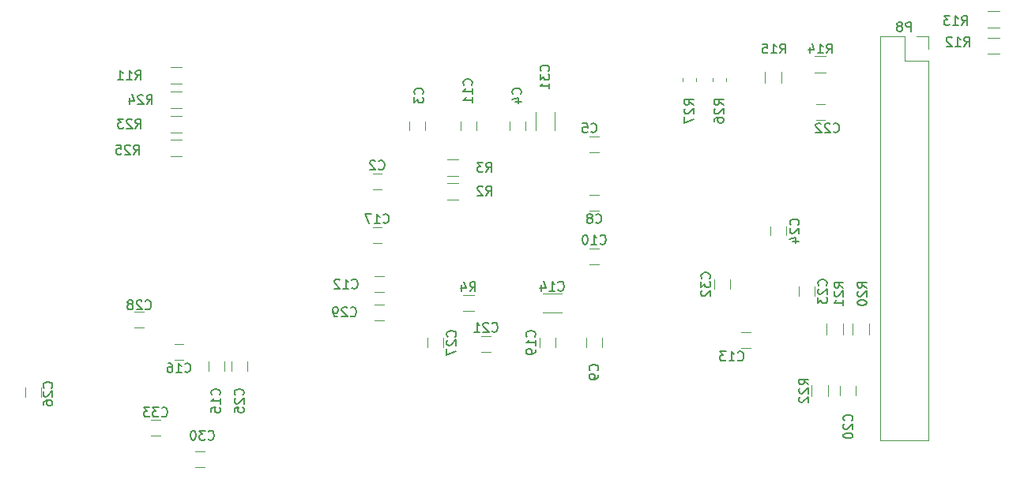
<source format=gbr>
%TF.GenerationSoftware,KiCad,Pcbnew,(5.0.0-rc2-dev-433-g81843c37a)*%
%TF.CreationDate,2018-08-17T12:44:53+02:00*%
%TF.ProjectId,phloppy_0,70686C6F7070795F302E6B696361645F,rev?*%
%TF.SameCoordinates,Original*%
%TF.FileFunction,Legend,Bot*%
%TF.FilePolarity,Positive*%
%FSLAX46Y46*%
G04 Gerber Fmt 4.6, Leading zero omitted, Abs format (unit mm)*
G04 Created by KiCad (PCBNEW (5.0.0-rc2-dev-433-g81843c37a)) date Fri Aug 17 12:44:53 2018*
%MOMM*%
%LPD*%
G01*
G04 APERTURE LIST*
%ADD10C,0.120000*%
%ADD11C,0.150000*%
G04 APERTURE END LIST*
D10*
%TO.C,P8*%
X118830000Y-27420000D02*
X117500000Y-27420000D01*
X118830000Y-28750000D02*
X118830000Y-27420000D01*
X116230000Y-27420000D02*
X113630000Y-27420000D01*
X116230000Y-30020000D02*
X116230000Y-27420000D01*
X118830000Y-30020000D02*
X116230000Y-30020000D01*
X113630000Y-27420000D02*
X113630000Y-70720000D01*
X118830000Y-30020000D02*
X118830000Y-70720000D01*
X118830000Y-70720000D02*
X113630000Y-70720000D01*
%TO.C,R11*%
X37600000Y-32480000D02*
X38800000Y-32480000D01*
X38800000Y-30720000D02*
X37600000Y-30720000D01*
%TO.C,C2*%
X59250000Y-42150000D02*
X60250000Y-42150000D01*
X60250000Y-43850000D02*
X59250000Y-43850000D01*
%TO.C,C3*%
X64850000Y-36500000D02*
X64850000Y-37500000D01*
X63150000Y-37500000D02*
X63150000Y-36500000D01*
%TO.C,C4*%
X75600000Y-36500000D02*
X75600000Y-37500000D01*
X73900000Y-37500000D02*
X73900000Y-36500000D01*
%TO.C,C5*%
X82500000Y-38150000D02*
X83500000Y-38150000D01*
X83500000Y-39850000D02*
X82500000Y-39850000D01*
%TO.C,C8*%
X83500000Y-46100000D02*
X82500000Y-46100000D01*
X82500000Y-44400000D02*
X83500000Y-44400000D01*
%TO.C,C9*%
X83850000Y-59750000D02*
X83850000Y-60750000D01*
X82150000Y-60750000D02*
X82150000Y-59750000D01*
%TO.C,C10*%
X82500000Y-50150000D02*
X83500000Y-50150000D01*
X83500000Y-51850000D02*
X82500000Y-51850000D01*
%TO.C,C11*%
X70350000Y-36500000D02*
X70350000Y-37500000D01*
X68650000Y-37500000D02*
X68650000Y-36500000D01*
%TO.C,C12*%
X59500000Y-53150000D02*
X60500000Y-53150000D01*
X60500000Y-54850000D02*
X59500000Y-54850000D01*
%TO.C,C13*%
X98750000Y-59150000D02*
X99750000Y-59150000D01*
X99750000Y-60850000D02*
X98750000Y-60850000D01*
%TO.C,C14*%
X77500000Y-54980000D02*
X79500000Y-54980000D01*
X79500000Y-57020000D02*
X77500000Y-57020000D01*
%TO.C,C15*%
X41650000Y-63250000D02*
X41650000Y-62250000D01*
X43350000Y-62250000D02*
X43350000Y-63250000D01*
%TO.C,C16*%
X39000000Y-62100000D02*
X38000000Y-62100000D01*
X38000000Y-60400000D02*
X39000000Y-60400000D01*
%TO.C,C17*%
X59250000Y-47900000D02*
X60250000Y-47900000D01*
X60250000Y-49600000D02*
X59250000Y-49600000D01*
%TO.C,C19*%
X77150000Y-60750000D02*
X77150000Y-59750000D01*
X78850000Y-59750000D02*
X78850000Y-60750000D01*
%TO.C,C20*%
X109350000Y-65900000D02*
X109350000Y-64900000D01*
X111050000Y-64900000D02*
X111050000Y-65900000D01*
%TO.C,C21*%
X70900000Y-59550000D02*
X71900000Y-59550000D01*
X71900000Y-61250000D02*
X70900000Y-61250000D01*
%TO.C,C22*%
X106750000Y-34650000D02*
X107750000Y-34650000D01*
X107750000Y-36350000D02*
X106750000Y-36350000D01*
%TO.C,C23*%
X106600000Y-54250000D02*
X106600000Y-55250000D01*
X104900000Y-55250000D02*
X104900000Y-54250000D01*
%TO.C,C24*%
X103600000Y-47750000D02*
X103600000Y-48750000D01*
X101900000Y-48750000D02*
X101900000Y-47750000D01*
%TO.C,C25*%
X44150000Y-63250000D02*
X44150000Y-62250000D01*
X45850000Y-62250000D02*
X45850000Y-63250000D01*
%TO.C,C26*%
X22000000Y-66100000D02*
X22000000Y-65100000D01*
X23700000Y-65100000D02*
X23700000Y-66100000D01*
%TO.C,C27*%
X66850000Y-59750000D02*
X66850000Y-60750000D01*
X65150000Y-60750000D02*
X65150000Y-59750000D01*
%TO.C,C28*%
X34750000Y-58600000D02*
X33750000Y-58600000D01*
X33750000Y-56900000D02*
X34750000Y-56900000D01*
%TO.C,C29*%
X59500000Y-56150000D02*
X60500000Y-56150000D01*
X60500000Y-57850000D02*
X59500000Y-57850000D01*
%TO.C,C30*%
X41250000Y-73600000D02*
X40250000Y-73600000D01*
X40250000Y-71900000D02*
X41250000Y-71900000D01*
%TO.C,C31*%
X78770000Y-35500000D02*
X78770000Y-37500000D01*
X76730000Y-37500000D02*
X76730000Y-35500000D01*
%TO.C,R2*%
X68450000Y-43120000D02*
X67250000Y-43120000D01*
X67250000Y-44880000D02*
X68450000Y-44880000D01*
%TO.C,R3*%
X67250000Y-42380000D02*
X68450000Y-42380000D01*
X68450000Y-40620000D02*
X67250000Y-40620000D01*
%TO.C,R4*%
X68900000Y-56880000D02*
X70100000Y-56880000D01*
X70100000Y-55120000D02*
X68900000Y-55120000D01*
%TO.C,C32*%
X95900000Y-54500000D02*
X95900000Y-53500000D01*
X97600000Y-53500000D02*
X97600000Y-54500000D01*
%TO.C,C33*%
X36500000Y-70250000D02*
X35500000Y-70250000D01*
X35500000Y-68550000D02*
X36500000Y-68550000D01*
%TO.C,R12*%
X126400000Y-27520000D02*
X125200000Y-27520000D01*
X125200000Y-29280000D02*
X126400000Y-29280000D01*
%TO.C,R13*%
X125200000Y-26480000D02*
X126400000Y-26480000D01*
X126400000Y-24720000D02*
X125200000Y-24720000D01*
%TO.C,R14*%
X107800000Y-29520000D02*
X106600000Y-29520000D01*
X106600000Y-31280000D02*
X107800000Y-31280000D01*
%TO.C,R15*%
X101320000Y-31200000D02*
X101320000Y-32400000D01*
X103080000Y-32400000D02*
X103080000Y-31200000D01*
%TO.C,R20*%
X112480000Y-59400000D02*
X112480000Y-58200000D01*
X110720000Y-58200000D02*
X110720000Y-59400000D01*
%TO.C,R21*%
X107920000Y-58200000D02*
X107920000Y-59400000D01*
X109680000Y-59400000D02*
X109680000Y-58200000D01*
%TO.C,R22*%
X108080000Y-66000000D02*
X108080000Y-64800000D01*
X106320000Y-64800000D02*
X106320000Y-66000000D01*
%TO.C,R23*%
X37600000Y-37680000D02*
X38800000Y-37680000D01*
X38800000Y-35920000D02*
X37600000Y-35920000D01*
%TO.C,R24*%
X37600000Y-35080000D02*
X38800000Y-35080000D01*
X38800000Y-33320000D02*
X37600000Y-33320000D01*
%TO.C,R25*%
X37600000Y-40280000D02*
X38800000Y-40280000D01*
X38800000Y-38520000D02*
X37600000Y-38520000D01*
%TO.C,R26*%
X95690000Y-32192500D02*
X95690000Y-31892500D01*
X97110000Y-32192500D02*
X97110000Y-31892500D01*
%TO.C,R27*%
X93910000Y-32192500D02*
X93910000Y-31892500D01*
X92490000Y-32192500D02*
X92490000Y-31892500D01*
%TO.C,P8*%
D11*
X116968095Y-26872380D02*
X116968095Y-25872380D01*
X116587142Y-25872380D01*
X116491904Y-25920000D01*
X116444285Y-25967619D01*
X116396666Y-26062857D01*
X116396666Y-26205714D01*
X116444285Y-26300952D01*
X116491904Y-26348571D01*
X116587142Y-26396190D01*
X116968095Y-26396190D01*
X115825238Y-26300952D02*
X115920476Y-26253333D01*
X115968095Y-26205714D01*
X116015714Y-26110476D01*
X116015714Y-26062857D01*
X115968095Y-25967619D01*
X115920476Y-25920000D01*
X115825238Y-25872380D01*
X115634761Y-25872380D01*
X115539523Y-25920000D01*
X115491904Y-25967619D01*
X115444285Y-26062857D01*
X115444285Y-26110476D01*
X115491904Y-26205714D01*
X115539523Y-26253333D01*
X115634761Y-26300952D01*
X115825238Y-26300952D01*
X115920476Y-26348571D01*
X115968095Y-26396190D01*
X116015714Y-26491428D01*
X116015714Y-26681904D01*
X115968095Y-26777142D01*
X115920476Y-26824761D01*
X115825238Y-26872380D01*
X115634761Y-26872380D01*
X115539523Y-26824761D01*
X115491904Y-26777142D01*
X115444285Y-26681904D01*
X115444285Y-26491428D01*
X115491904Y-26396190D01*
X115539523Y-26348571D01*
X115634761Y-26300952D01*
%TO.C,R11*%
X33842857Y-32052380D02*
X34176190Y-31576190D01*
X34414285Y-32052380D02*
X34414285Y-31052380D01*
X34033333Y-31052380D01*
X33938095Y-31100000D01*
X33890476Y-31147619D01*
X33842857Y-31242857D01*
X33842857Y-31385714D01*
X33890476Y-31480952D01*
X33938095Y-31528571D01*
X34033333Y-31576190D01*
X34414285Y-31576190D01*
X32890476Y-32052380D02*
X33461904Y-32052380D01*
X33176190Y-32052380D02*
X33176190Y-31052380D01*
X33271428Y-31195238D01*
X33366666Y-31290476D01*
X33461904Y-31338095D01*
X31938095Y-32052380D02*
X32509523Y-32052380D01*
X32223809Y-32052380D02*
X32223809Y-31052380D01*
X32319047Y-31195238D01*
X32414285Y-31290476D01*
X32509523Y-31338095D01*
%TO.C,C2*%
X59916666Y-41607142D02*
X59964285Y-41654761D01*
X60107142Y-41702380D01*
X60202380Y-41702380D01*
X60345238Y-41654761D01*
X60440476Y-41559523D01*
X60488095Y-41464285D01*
X60535714Y-41273809D01*
X60535714Y-41130952D01*
X60488095Y-40940476D01*
X60440476Y-40845238D01*
X60345238Y-40750000D01*
X60202380Y-40702380D01*
X60107142Y-40702380D01*
X59964285Y-40750000D01*
X59916666Y-40797619D01*
X59535714Y-40797619D02*
X59488095Y-40750000D01*
X59392857Y-40702380D01*
X59154761Y-40702380D01*
X59059523Y-40750000D01*
X59011904Y-40797619D01*
X58964285Y-40892857D01*
X58964285Y-40988095D01*
X59011904Y-41130952D01*
X59583333Y-41702380D01*
X58964285Y-41702380D01*
%TO.C,C3*%
X64607142Y-33583333D02*
X64654761Y-33535714D01*
X64702380Y-33392857D01*
X64702380Y-33297619D01*
X64654761Y-33154761D01*
X64559523Y-33059523D01*
X64464285Y-33011904D01*
X64273809Y-32964285D01*
X64130952Y-32964285D01*
X63940476Y-33011904D01*
X63845238Y-33059523D01*
X63750000Y-33154761D01*
X63702380Y-33297619D01*
X63702380Y-33392857D01*
X63750000Y-33535714D01*
X63797619Y-33583333D01*
X63702380Y-33916666D02*
X63702380Y-34535714D01*
X64083333Y-34202380D01*
X64083333Y-34345238D01*
X64130952Y-34440476D01*
X64178571Y-34488095D01*
X64273809Y-34535714D01*
X64511904Y-34535714D01*
X64607142Y-34488095D01*
X64654761Y-34440476D01*
X64702380Y-34345238D01*
X64702380Y-34059523D01*
X64654761Y-33964285D01*
X64607142Y-33916666D01*
%TO.C,C4*%
X75107142Y-33583333D02*
X75154761Y-33535714D01*
X75202380Y-33392857D01*
X75202380Y-33297619D01*
X75154761Y-33154761D01*
X75059523Y-33059523D01*
X74964285Y-33011904D01*
X74773809Y-32964285D01*
X74630952Y-32964285D01*
X74440476Y-33011904D01*
X74345238Y-33059523D01*
X74250000Y-33154761D01*
X74202380Y-33297619D01*
X74202380Y-33392857D01*
X74250000Y-33535714D01*
X74297619Y-33583333D01*
X74535714Y-34440476D02*
X75202380Y-34440476D01*
X74154761Y-34202380D02*
X74869047Y-33964285D01*
X74869047Y-34583333D01*
%TO.C,C5*%
X82666666Y-37607142D02*
X82714285Y-37654761D01*
X82857142Y-37702380D01*
X82952380Y-37702380D01*
X83095238Y-37654761D01*
X83190476Y-37559523D01*
X83238095Y-37464285D01*
X83285714Y-37273809D01*
X83285714Y-37130952D01*
X83238095Y-36940476D01*
X83190476Y-36845238D01*
X83095238Y-36750000D01*
X82952380Y-36702380D01*
X82857142Y-36702380D01*
X82714285Y-36750000D01*
X82666666Y-36797619D01*
X81761904Y-36702380D02*
X82238095Y-36702380D01*
X82285714Y-37178571D01*
X82238095Y-37130952D01*
X82142857Y-37083333D01*
X81904761Y-37083333D01*
X81809523Y-37130952D01*
X81761904Y-37178571D01*
X81714285Y-37273809D01*
X81714285Y-37511904D01*
X81761904Y-37607142D01*
X81809523Y-37654761D01*
X81904761Y-37702380D01*
X82142857Y-37702380D01*
X82238095Y-37654761D01*
X82285714Y-37607142D01*
%TO.C,C8*%
X83166666Y-47357142D02*
X83214285Y-47404761D01*
X83357142Y-47452380D01*
X83452380Y-47452380D01*
X83595238Y-47404761D01*
X83690476Y-47309523D01*
X83738095Y-47214285D01*
X83785714Y-47023809D01*
X83785714Y-46880952D01*
X83738095Y-46690476D01*
X83690476Y-46595238D01*
X83595238Y-46500000D01*
X83452380Y-46452380D01*
X83357142Y-46452380D01*
X83214285Y-46500000D01*
X83166666Y-46547619D01*
X82595238Y-46880952D02*
X82690476Y-46833333D01*
X82738095Y-46785714D01*
X82785714Y-46690476D01*
X82785714Y-46642857D01*
X82738095Y-46547619D01*
X82690476Y-46500000D01*
X82595238Y-46452380D01*
X82404761Y-46452380D01*
X82309523Y-46500000D01*
X82261904Y-46547619D01*
X82214285Y-46642857D01*
X82214285Y-46690476D01*
X82261904Y-46785714D01*
X82309523Y-46833333D01*
X82404761Y-46880952D01*
X82595238Y-46880952D01*
X82690476Y-46928571D01*
X82738095Y-46976190D01*
X82785714Y-47071428D01*
X82785714Y-47261904D01*
X82738095Y-47357142D01*
X82690476Y-47404761D01*
X82595238Y-47452380D01*
X82404761Y-47452380D01*
X82309523Y-47404761D01*
X82261904Y-47357142D01*
X82214285Y-47261904D01*
X82214285Y-47071428D01*
X82261904Y-46976190D01*
X82309523Y-46928571D01*
X82404761Y-46880952D01*
%TO.C,C9*%
X83357142Y-63233333D02*
X83404761Y-63185714D01*
X83452380Y-63042857D01*
X83452380Y-62947619D01*
X83404761Y-62804761D01*
X83309523Y-62709523D01*
X83214285Y-62661904D01*
X83023809Y-62614285D01*
X82880952Y-62614285D01*
X82690476Y-62661904D01*
X82595238Y-62709523D01*
X82500000Y-62804761D01*
X82452380Y-62947619D01*
X82452380Y-63042857D01*
X82500000Y-63185714D01*
X82547619Y-63233333D01*
X83452380Y-63709523D02*
X83452380Y-63900000D01*
X83404761Y-63995238D01*
X83357142Y-64042857D01*
X83214285Y-64138095D01*
X83023809Y-64185714D01*
X82642857Y-64185714D01*
X82547619Y-64138095D01*
X82500000Y-64090476D01*
X82452380Y-63995238D01*
X82452380Y-63804761D01*
X82500000Y-63709523D01*
X82547619Y-63661904D01*
X82642857Y-63614285D01*
X82880952Y-63614285D01*
X82976190Y-63661904D01*
X83023809Y-63709523D01*
X83071428Y-63804761D01*
X83071428Y-63995238D01*
X83023809Y-64090476D01*
X82976190Y-64138095D01*
X82880952Y-64185714D01*
%TO.C,C10*%
X83642857Y-49607142D02*
X83690476Y-49654761D01*
X83833333Y-49702380D01*
X83928571Y-49702380D01*
X84071428Y-49654761D01*
X84166666Y-49559523D01*
X84214285Y-49464285D01*
X84261904Y-49273809D01*
X84261904Y-49130952D01*
X84214285Y-48940476D01*
X84166666Y-48845238D01*
X84071428Y-48750000D01*
X83928571Y-48702380D01*
X83833333Y-48702380D01*
X83690476Y-48750000D01*
X83642857Y-48797619D01*
X82690476Y-49702380D02*
X83261904Y-49702380D01*
X82976190Y-49702380D02*
X82976190Y-48702380D01*
X83071428Y-48845238D01*
X83166666Y-48940476D01*
X83261904Y-48988095D01*
X82071428Y-48702380D02*
X81976190Y-48702380D01*
X81880952Y-48750000D01*
X81833333Y-48797619D01*
X81785714Y-48892857D01*
X81738095Y-49083333D01*
X81738095Y-49321428D01*
X81785714Y-49511904D01*
X81833333Y-49607142D01*
X81880952Y-49654761D01*
X81976190Y-49702380D01*
X82071428Y-49702380D01*
X82166666Y-49654761D01*
X82214285Y-49607142D01*
X82261904Y-49511904D01*
X82309523Y-49321428D01*
X82309523Y-49083333D01*
X82261904Y-48892857D01*
X82214285Y-48797619D01*
X82166666Y-48750000D01*
X82071428Y-48702380D01*
%TO.C,C11*%
X69857142Y-32607142D02*
X69904761Y-32559523D01*
X69952380Y-32416666D01*
X69952380Y-32321428D01*
X69904761Y-32178571D01*
X69809523Y-32083333D01*
X69714285Y-32035714D01*
X69523809Y-31988095D01*
X69380952Y-31988095D01*
X69190476Y-32035714D01*
X69095238Y-32083333D01*
X69000000Y-32178571D01*
X68952380Y-32321428D01*
X68952380Y-32416666D01*
X69000000Y-32559523D01*
X69047619Y-32607142D01*
X69952380Y-33559523D02*
X69952380Y-32988095D01*
X69952380Y-33273809D02*
X68952380Y-33273809D01*
X69095238Y-33178571D01*
X69190476Y-33083333D01*
X69238095Y-32988095D01*
X69952380Y-34511904D02*
X69952380Y-33940476D01*
X69952380Y-34226190D02*
X68952380Y-34226190D01*
X69095238Y-34130952D01*
X69190476Y-34035714D01*
X69238095Y-33940476D01*
%TO.C,C12*%
X57042857Y-54357142D02*
X57090476Y-54404761D01*
X57233333Y-54452380D01*
X57328571Y-54452380D01*
X57471428Y-54404761D01*
X57566666Y-54309523D01*
X57614285Y-54214285D01*
X57661904Y-54023809D01*
X57661904Y-53880952D01*
X57614285Y-53690476D01*
X57566666Y-53595238D01*
X57471428Y-53500000D01*
X57328571Y-53452380D01*
X57233333Y-53452380D01*
X57090476Y-53500000D01*
X57042857Y-53547619D01*
X56090476Y-54452380D02*
X56661904Y-54452380D01*
X56376190Y-54452380D02*
X56376190Y-53452380D01*
X56471428Y-53595238D01*
X56566666Y-53690476D01*
X56661904Y-53738095D01*
X55709523Y-53547619D02*
X55661904Y-53500000D01*
X55566666Y-53452380D01*
X55328571Y-53452380D01*
X55233333Y-53500000D01*
X55185714Y-53547619D01*
X55138095Y-53642857D01*
X55138095Y-53738095D01*
X55185714Y-53880952D01*
X55757142Y-54452380D01*
X55138095Y-54452380D01*
%TO.C,C13*%
X98392857Y-62107142D02*
X98440476Y-62154761D01*
X98583333Y-62202380D01*
X98678571Y-62202380D01*
X98821428Y-62154761D01*
X98916666Y-62059523D01*
X98964285Y-61964285D01*
X99011904Y-61773809D01*
X99011904Y-61630952D01*
X98964285Y-61440476D01*
X98916666Y-61345238D01*
X98821428Y-61250000D01*
X98678571Y-61202380D01*
X98583333Y-61202380D01*
X98440476Y-61250000D01*
X98392857Y-61297619D01*
X97440476Y-62202380D02*
X98011904Y-62202380D01*
X97726190Y-62202380D02*
X97726190Y-61202380D01*
X97821428Y-61345238D01*
X97916666Y-61440476D01*
X98011904Y-61488095D01*
X97107142Y-61202380D02*
X96488095Y-61202380D01*
X96821428Y-61583333D01*
X96678571Y-61583333D01*
X96583333Y-61630952D01*
X96535714Y-61678571D01*
X96488095Y-61773809D01*
X96488095Y-62011904D01*
X96535714Y-62107142D01*
X96583333Y-62154761D01*
X96678571Y-62202380D01*
X96964285Y-62202380D01*
X97059523Y-62154761D01*
X97107142Y-62107142D01*
%TO.C,C14*%
X79142857Y-54607142D02*
X79190476Y-54654761D01*
X79333333Y-54702380D01*
X79428571Y-54702380D01*
X79571428Y-54654761D01*
X79666666Y-54559523D01*
X79714285Y-54464285D01*
X79761904Y-54273809D01*
X79761904Y-54130952D01*
X79714285Y-53940476D01*
X79666666Y-53845238D01*
X79571428Y-53750000D01*
X79428571Y-53702380D01*
X79333333Y-53702380D01*
X79190476Y-53750000D01*
X79142857Y-53797619D01*
X78190476Y-54702380D02*
X78761904Y-54702380D01*
X78476190Y-54702380D02*
X78476190Y-53702380D01*
X78571428Y-53845238D01*
X78666666Y-53940476D01*
X78761904Y-53988095D01*
X77333333Y-54035714D02*
X77333333Y-54702380D01*
X77571428Y-53654761D02*
X77809523Y-54369047D01*
X77190476Y-54369047D01*
%TO.C,C15*%
X42857142Y-65857142D02*
X42904761Y-65809523D01*
X42952380Y-65666666D01*
X42952380Y-65571428D01*
X42904761Y-65428571D01*
X42809523Y-65333333D01*
X42714285Y-65285714D01*
X42523809Y-65238095D01*
X42380952Y-65238095D01*
X42190476Y-65285714D01*
X42095238Y-65333333D01*
X42000000Y-65428571D01*
X41952380Y-65571428D01*
X41952380Y-65666666D01*
X42000000Y-65809523D01*
X42047619Y-65857142D01*
X42952380Y-66809523D02*
X42952380Y-66238095D01*
X42952380Y-66523809D02*
X41952380Y-66523809D01*
X42095238Y-66428571D01*
X42190476Y-66333333D01*
X42238095Y-66238095D01*
X41952380Y-67714285D02*
X41952380Y-67238095D01*
X42428571Y-67190476D01*
X42380952Y-67238095D01*
X42333333Y-67333333D01*
X42333333Y-67571428D01*
X42380952Y-67666666D01*
X42428571Y-67714285D01*
X42523809Y-67761904D01*
X42761904Y-67761904D01*
X42857142Y-67714285D01*
X42904761Y-67666666D01*
X42952380Y-67571428D01*
X42952380Y-67333333D01*
X42904761Y-67238095D01*
X42857142Y-67190476D01*
%TO.C,C16*%
X39142857Y-63357142D02*
X39190476Y-63404761D01*
X39333333Y-63452380D01*
X39428571Y-63452380D01*
X39571428Y-63404761D01*
X39666666Y-63309523D01*
X39714285Y-63214285D01*
X39761904Y-63023809D01*
X39761904Y-62880952D01*
X39714285Y-62690476D01*
X39666666Y-62595238D01*
X39571428Y-62500000D01*
X39428571Y-62452380D01*
X39333333Y-62452380D01*
X39190476Y-62500000D01*
X39142857Y-62547619D01*
X38190476Y-63452380D02*
X38761904Y-63452380D01*
X38476190Y-63452380D02*
X38476190Y-62452380D01*
X38571428Y-62595238D01*
X38666666Y-62690476D01*
X38761904Y-62738095D01*
X37333333Y-62452380D02*
X37523809Y-62452380D01*
X37619047Y-62500000D01*
X37666666Y-62547619D01*
X37761904Y-62690476D01*
X37809523Y-62880952D01*
X37809523Y-63261904D01*
X37761904Y-63357142D01*
X37714285Y-63404761D01*
X37619047Y-63452380D01*
X37428571Y-63452380D01*
X37333333Y-63404761D01*
X37285714Y-63357142D01*
X37238095Y-63261904D01*
X37238095Y-63023809D01*
X37285714Y-62928571D01*
X37333333Y-62880952D01*
X37428571Y-62833333D01*
X37619047Y-62833333D01*
X37714285Y-62880952D01*
X37761904Y-62928571D01*
X37809523Y-63023809D01*
%TO.C,C17*%
X60392857Y-47357142D02*
X60440476Y-47404761D01*
X60583333Y-47452380D01*
X60678571Y-47452380D01*
X60821428Y-47404761D01*
X60916666Y-47309523D01*
X60964285Y-47214285D01*
X61011904Y-47023809D01*
X61011904Y-46880952D01*
X60964285Y-46690476D01*
X60916666Y-46595238D01*
X60821428Y-46500000D01*
X60678571Y-46452380D01*
X60583333Y-46452380D01*
X60440476Y-46500000D01*
X60392857Y-46547619D01*
X59440476Y-47452380D02*
X60011904Y-47452380D01*
X59726190Y-47452380D02*
X59726190Y-46452380D01*
X59821428Y-46595238D01*
X59916666Y-46690476D01*
X60011904Y-46738095D01*
X59107142Y-46452380D02*
X58440476Y-46452380D01*
X58869047Y-47452380D01*
%TO.C,C19*%
X76607142Y-59607142D02*
X76654761Y-59559523D01*
X76702380Y-59416666D01*
X76702380Y-59321428D01*
X76654761Y-59178571D01*
X76559523Y-59083333D01*
X76464285Y-59035714D01*
X76273809Y-58988095D01*
X76130952Y-58988095D01*
X75940476Y-59035714D01*
X75845238Y-59083333D01*
X75750000Y-59178571D01*
X75702380Y-59321428D01*
X75702380Y-59416666D01*
X75750000Y-59559523D01*
X75797619Y-59607142D01*
X76702380Y-60559523D02*
X76702380Y-59988095D01*
X76702380Y-60273809D02*
X75702380Y-60273809D01*
X75845238Y-60178571D01*
X75940476Y-60083333D01*
X75988095Y-59988095D01*
X76702380Y-61035714D02*
X76702380Y-61226190D01*
X76654761Y-61321428D01*
X76607142Y-61369047D01*
X76464285Y-61464285D01*
X76273809Y-61511904D01*
X75892857Y-61511904D01*
X75797619Y-61464285D01*
X75750000Y-61416666D01*
X75702380Y-61321428D01*
X75702380Y-61130952D01*
X75750000Y-61035714D01*
X75797619Y-60988095D01*
X75892857Y-60940476D01*
X76130952Y-60940476D01*
X76226190Y-60988095D01*
X76273809Y-61035714D01*
X76321428Y-61130952D01*
X76321428Y-61321428D01*
X76273809Y-61416666D01*
X76226190Y-61464285D01*
X76130952Y-61511904D01*
%TO.C,C20*%
X110607142Y-68607142D02*
X110654761Y-68559523D01*
X110702380Y-68416666D01*
X110702380Y-68321428D01*
X110654761Y-68178571D01*
X110559523Y-68083333D01*
X110464285Y-68035714D01*
X110273809Y-67988095D01*
X110130952Y-67988095D01*
X109940476Y-68035714D01*
X109845238Y-68083333D01*
X109750000Y-68178571D01*
X109702380Y-68321428D01*
X109702380Y-68416666D01*
X109750000Y-68559523D01*
X109797619Y-68607142D01*
X109797619Y-68988095D02*
X109750000Y-69035714D01*
X109702380Y-69130952D01*
X109702380Y-69369047D01*
X109750000Y-69464285D01*
X109797619Y-69511904D01*
X109892857Y-69559523D01*
X109988095Y-69559523D01*
X110130952Y-69511904D01*
X110702380Y-68940476D01*
X110702380Y-69559523D01*
X109702380Y-70178571D02*
X109702380Y-70273809D01*
X109750000Y-70369047D01*
X109797619Y-70416666D01*
X109892857Y-70464285D01*
X110083333Y-70511904D01*
X110321428Y-70511904D01*
X110511904Y-70464285D01*
X110607142Y-70416666D01*
X110654761Y-70369047D01*
X110702380Y-70273809D01*
X110702380Y-70178571D01*
X110654761Y-70083333D01*
X110607142Y-70035714D01*
X110511904Y-69988095D01*
X110321428Y-69940476D01*
X110083333Y-69940476D01*
X109892857Y-69988095D01*
X109797619Y-70035714D01*
X109750000Y-70083333D01*
X109702380Y-70178571D01*
%TO.C,C21*%
X72042857Y-59007142D02*
X72090476Y-59054761D01*
X72233333Y-59102380D01*
X72328571Y-59102380D01*
X72471428Y-59054761D01*
X72566666Y-58959523D01*
X72614285Y-58864285D01*
X72661904Y-58673809D01*
X72661904Y-58530952D01*
X72614285Y-58340476D01*
X72566666Y-58245238D01*
X72471428Y-58150000D01*
X72328571Y-58102380D01*
X72233333Y-58102380D01*
X72090476Y-58150000D01*
X72042857Y-58197619D01*
X71661904Y-58197619D02*
X71614285Y-58150000D01*
X71519047Y-58102380D01*
X71280952Y-58102380D01*
X71185714Y-58150000D01*
X71138095Y-58197619D01*
X71090476Y-58292857D01*
X71090476Y-58388095D01*
X71138095Y-58530952D01*
X71709523Y-59102380D01*
X71090476Y-59102380D01*
X70138095Y-59102380D02*
X70709523Y-59102380D01*
X70423809Y-59102380D02*
X70423809Y-58102380D01*
X70519047Y-58245238D01*
X70614285Y-58340476D01*
X70709523Y-58388095D01*
%TO.C,C22*%
X108642857Y-37607142D02*
X108690476Y-37654761D01*
X108833333Y-37702380D01*
X108928571Y-37702380D01*
X109071428Y-37654761D01*
X109166666Y-37559523D01*
X109214285Y-37464285D01*
X109261904Y-37273809D01*
X109261904Y-37130952D01*
X109214285Y-36940476D01*
X109166666Y-36845238D01*
X109071428Y-36750000D01*
X108928571Y-36702380D01*
X108833333Y-36702380D01*
X108690476Y-36750000D01*
X108642857Y-36797619D01*
X108261904Y-36797619D02*
X108214285Y-36750000D01*
X108119047Y-36702380D01*
X107880952Y-36702380D01*
X107785714Y-36750000D01*
X107738095Y-36797619D01*
X107690476Y-36892857D01*
X107690476Y-36988095D01*
X107738095Y-37130952D01*
X108309523Y-37702380D01*
X107690476Y-37702380D01*
X107309523Y-36797619D02*
X107261904Y-36750000D01*
X107166666Y-36702380D01*
X106928571Y-36702380D01*
X106833333Y-36750000D01*
X106785714Y-36797619D01*
X106738095Y-36892857D01*
X106738095Y-36988095D01*
X106785714Y-37130952D01*
X107357142Y-37702380D01*
X106738095Y-37702380D01*
%TO.C,C23*%
X107857142Y-54107142D02*
X107904761Y-54059523D01*
X107952380Y-53916666D01*
X107952380Y-53821428D01*
X107904761Y-53678571D01*
X107809523Y-53583333D01*
X107714285Y-53535714D01*
X107523809Y-53488095D01*
X107380952Y-53488095D01*
X107190476Y-53535714D01*
X107095238Y-53583333D01*
X107000000Y-53678571D01*
X106952380Y-53821428D01*
X106952380Y-53916666D01*
X107000000Y-54059523D01*
X107047619Y-54107142D01*
X107047619Y-54488095D02*
X107000000Y-54535714D01*
X106952380Y-54630952D01*
X106952380Y-54869047D01*
X107000000Y-54964285D01*
X107047619Y-55011904D01*
X107142857Y-55059523D01*
X107238095Y-55059523D01*
X107380952Y-55011904D01*
X107952380Y-54440476D01*
X107952380Y-55059523D01*
X106952380Y-55392857D02*
X106952380Y-56011904D01*
X107333333Y-55678571D01*
X107333333Y-55821428D01*
X107380952Y-55916666D01*
X107428571Y-55964285D01*
X107523809Y-56011904D01*
X107761904Y-56011904D01*
X107857142Y-55964285D01*
X107904761Y-55916666D01*
X107952380Y-55821428D01*
X107952380Y-55535714D01*
X107904761Y-55440476D01*
X107857142Y-55392857D01*
%TO.C,C24*%
X104857142Y-47607142D02*
X104904761Y-47559523D01*
X104952380Y-47416666D01*
X104952380Y-47321428D01*
X104904761Y-47178571D01*
X104809523Y-47083333D01*
X104714285Y-47035714D01*
X104523809Y-46988095D01*
X104380952Y-46988095D01*
X104190476Y-47035714D01*
X104095238Y-47083333D01*
X104000000Y-47178571D01*
X103952380Y-47321428D01*
X103952380Y-47416666D01*
X104000000Y-47559523D01*
X104047619Y-47607142D01*
X104047619Y-47988095D02*
X104000000Y-48035714D01*
X103952380Y-48130952D01*
X103952380Y-48369047D01*
X104000000Y-48464285D01*
X104047619Y-48511904D01*
X104142857Y-48559523D01*
X104238095Y-48559523D01*
X104380952Y-48511904D01*
X104952380Y-47940476D01*
X104952380Y-48559523D01*
X104285714Y-49416666D02*
X104952380Y-49416666D01*
X103904761Y-49178571D02*
X104619047Y-48940476D01*
X104619047Y-49559523D01*
%TO.C,C25*%
X45357142Y-65857142D02*
X45404761Y-65809523D01*
X45452380Y-65666666D01*
X45452380Y-65571428D01*
X45404761Y-65428571D01*
X45309523Y-65333333D01*
X45214285Y-65285714D01*
X45023809Y-65238095D01*
X44880952Y-65238095D01*
X44690476Y-65285714D01*
X44595238Y-65333333D01*
X44500000Y-65428571D01*
X44452380Y-65571428D01*
X44452380Y-65666666D01*
X44500000Y-65809523D01*
X44547619Y-65857142D01*
X44547619Y-66238095D02*
X44500000Y-66285714D01*
X44452380Y-66380952D01*
X44452380Y-66619047D01*
X44500000Y-66714285D01*
X44547619Y-66761904D01*
X44642857Y-66809523D01*
X44738095Y-66809523D01*
X44880952Y-66761904D01*
X45452380Y-66190476D01*
X45452380Y-66809523D01*
X44452380Y-67714285D02*
X44452380Y-67238095D01*
X44928571Y-67190476D01*
X44880952Y-67238095D01*
X44833333Y-67333333D01*
X44833333Y-67571428D01*
X44880952Y-67666666D01*
X44928571Y-67714285D01*
X45023809Y-67761904D01*
X45261904Y-67761904D01*
X45357142Y-67714285D01*
X45404761Y-67666666D01*
X45452380Y-67571428D01*
X45452380Y-67333333D01*
X45404761Y-67238095D01*
X45357142Y-67190476D01*
%TO.C,C26*%
X24857142Y-65107142D02*
X24904761Y-65059523D01*
X24952380Y-64916666D01*
X24952380Y-64821428D01*
X24904761Y-64678571D01*
X24809523Y-64583333D01*
X24714285Y-64535714D01*
X24523809Y-64488095D01*
X24380952Y-64488095D01*
X24190476Y-64535714D01*
X24095238Y-64583333D01*
X24000000Y-64678571D01*
X23952380Y-64821428D01*
X23952380Y-64916666D01*
X24000000Y-65059523D01*
X24047619Y-65107142D01*
X24047619Y-65488095D02*
X24000000Y-65535714D01*
X23952380Y-65630952D01*
X23952380Y-65869047D01*
X24000000Y-65964285D01*
X24047619Y-66011904D01*
X24142857Y-66059523D01*
X24238095Y-66059523D01*
X24380952Y-66011904D01*
X24952380Y-65440476D01*
X24952380Y-66059523D01*
X23952380Y-66916666D02*
X23952380Y-66726190D01*
X24000000Y-66630952D01*
X24047619Y-66583333D01*
X24190476Y-66488095D01*
X24380952Y-66440476D01*
X24761904Y-66440476D01*
X24857142Y-66488095D01*
X24904761Y-66535714D01*
X24952380Y-66630952D01*
X24952380Y-66821428D01*
X24904761Y-66916666D01*
X24857142Y-66964285D01*
X24761904Y-67011904D01*
X24523809Y-67011904D01*
X24428571Y-66964285D01*
X24380952Y-66916666D01*
X24333333Y-66821428D01*
X24333333Y-66630952D01*
X24380952Y-66535714D01*
X24428571Y-66488095D01*
X24523809Y-66440476D01*
%TO.C,C27*%
X68107142Y-59607142D02*
X68154761Y-59559523D01*
X68202380Y-59416666D01*
X68202380Y-59321428D01*
X68154761Y-59178571D01*
X68059523Y-59083333D01*
X67964285Y-59035714D01*
X67773809Y-58988095D01*
X67630952Y-58988095D01*
X67440476Y-59035714D01*
X67345238Y-59083333D01*
X67250000Y-59178571D01*
X67202380Y-59321428D01*
X67202380Y-59416666D01*
X67250000Y-59559523D01*
X67297619Y-59607142D01*
X67297619Y-59988095D02*
X67250000Y-60035714D01*
X67202380Y-60130952D01*
X67202380Y-60369047D01*
X67250000Y-60464285D01*
X67297619Y-60511904D01*
X67392857Y-60559523D01*
X67488095Y-60559523D01*
X67630952Y-60511904D01*
X68202380Y-59940476D01*
X68202380Y-60559523D01*
X67202380Y-60892857D02*
X67202380Y-61559523D01*
X68202380Y-61130952D01*
%TO.C,C28*%
X34892857Y-56607142D02*
X34940476Y-56654761D01*
X35083333Y-56702380D01*
X35178571Y-56702380D01*
X35321428Y-56654761D01*
X35416666Y-56559523D01*
X35464285Y-56464285D01*
X35511904Y-56273809D01*
X35511904Y-56130952D01*
X35464285Y-55940476D01*
X35416666Y-55845238D01*
X35321428Y-55750000D01*
X35178571Y-55702380D01*
X35083333Y-55702380D01*
X34940476Y-55750000D01*
X34892857Y-55797619D01*
X34511904Y-55797619D02*
X34464285Y-55750000D01*
X34369047Y-55702380D01*
X34130952Y-55702380D01*
X34035714Y-55750000D01*
X33988095Y-55797619D01*
X33940476Y-55892857D01*
X33940476Y-55988095D01*
X33988095Y-56130952D01*
X34559523Y-56702380D01*
X33940476Y-56702380D01*
X33369047Y-56130952D02*
X33464285Y-56083333D01*
X33511904Y-56035714D01*
X33559523Y-55940476D01*
X33559523Y-55892857D01*
X33511904Y-55797619D01*
X33464285Y-55750000D01*
X33369047Y-55702380D01*
X33178571Y-55702380D01*
X33083333Y-55750000D01*
X33035714Y-55797619D01*
X32988095Y-55892857D01*
X32988095Y-55940476D01*
X33035714Y-56035714D01*
X33083333Y-56083333D01*
X33178571Y-56130952D01*
X33369047Y-56130952D01*
X33464285Y-56178571D01*
X33511904Y-56226190D01*
X33559523Y-56321428D01*
X33559523Y-56511904D01*
X33511904Y-56607142D01*
X33464285Y-56654761D01*
X33369047Y-56702380D01*
X33178571Y-56702380D01*
X33083333Y-56654761D01*
X33035714Y-56607142D01*
X32988095Y-56511904D01*
X32988095Y-56321428D01*
X33035714Y-56226190D01*
X33083333Y-56178571D01*
X33178571Y-56130952D01*
%TO.C,C29*%
X56892857Y-57357142D02*
X56940476Y-57404761D01*
X57083333Y-57452380D01*
X57178571Y-57452380D01*
X57321428Y-57404761D01*
X57416666Y-57309523D01*
X57464285Y-57214285D01*
X57511904Y-57023809D01*
X57511904Y-56880952D01*
X57464285Y-56690476D01*
X57416666Y-56595238D01*
X57321428Y-56500000D01*
X57178571Y-56452380D01*
X57083333Y-56452380D01*
X56940476Y-56500000D01*
X56892857Y-56547619D01*
X56511904Y-56547619D02*
X56464285Y-56500000D01*
X56369047Y-56452380D01*
X56130952Y-56452380D01*
X56035714Y-56500000D01*
X55988095Y-56547619D01*
X55940476Y-56642857D01*
X55940476Y-56738095D01*
X55988095Y-56880952D01*
X56559523Y-57452380D01*
X55940476Y-57452380D01*
X55464285Y-57452380D02*
X55273809Y-57452380D01*
X55178571Y-57404761D01*
X55130952Y-57357142D01*
X55035714Y-57214285D01*
X54988095Y-57023809D01*
X54988095Y-56642857D01*
X55035714Y-56547619D01*
X55083333Y-56500000D01*
X55178571Y-56452380D01*
X55369047Y-56452380D01*
X55464285Y-56500000D01*
X55511904Y-56547619D01*
X55559523Y-56642857D01*
X55559523Y-56880952D01*
X55511904Y-56976190D01*
X55464285Y-57023809D01*
X55369047Y-57071428D01*
X55178571Y-57071428D01*
X55083333Y-57023809D01*
X55035714Y-56976190D01*
X54988095Y-56880952D01*
%TO.C,C30*%
X41642857Y-70607142D02*
X41690476Y-70654761D01*
X41833333Y-70702380D01*
X41928571Y-70702380D01*
X42071428Y-70654761D01*
X42166666Y-70559523D01*
X42214285Y-70464285D01*
X42261904Y-70273809D01*
X42261904Y-70130952D01*
X42214285Y-69940476D01*
X42166666Y-69845238D01*
X42071428Y-69750000D01*
X41928571Y-69702380D01*
X41833333Y-69702380D01*
X41690476Y-69750000D01*
X41642857Y-69797619D01*
X41309523Y-69702380D02*
X40690476Y-69702380D01*
X41023809Y-70083333D01*
X40880952Y-70083333D01*
X40785714Y-70130952D01*
X40738095Y-70178571D01*
X40690476Y-70273809D01*
X40690476Y-70511904D01*
X40738095Y-70607142D01*
X40785714Y-70654761D01*
X40880952Y-70702380D01*
X41166666Y-70702380D01*
X41261904Y-70654761D01*
X41309523Y-70607142D01*
X40071428Y-69702380D02*
X39976190Y-69702380D01*
X39880952Y-69750000D01*
X39833333Y-69797619D01*
X39785714Y-69892857D01*
X39738095Y-70083333D01*
X39738095Y-70321428D01*
X39785714Y-70511904D01*
X39833333Y-70607142D01*
X39880952Y-70654761D01*
X39976190Y-70702380D01*
X40071428Y-70702380D01*
X40166666Y-70654761D01*
X40214285Y-70607142D01*
X40261904Y-70511904D01*
X40309523Y-70321428D01*
X40309523Y-70083333D01*
X40261904Y-69892857D01*
X40214285Y-69797619D01*
X40166666Y-69750000D01*
X40071428Y-69702380D01*
%TO.C,C31*%
X78107142Y-31107142D02*
X78154761Y-31059523D01*
X78202380Y-30916666D01*
X78202380Y-30821428D01*
X78154761Y-30678571D01*
X78059523Y-30583333D01*
X77964285Y-30535714D01*
X77773809Y-30488095D01*
X77630952Y-30488095D01*
X77440476Y-30535714D01*
X77345238Y-30583333D01*
X77250000Y-30678571D01*
X77202380Y-30821428D01*
X77202380Y-30916666D01*
X77250000Y-31059523D01*
X77297619Y-31107142D01*
X77202380Y-31440476D02*
X77202380Y-32059523D01*
X77583333Y-31726190D01*
X77583333Y-31869047D01*
X77630952Y-31964285D01*
X77678571Y-32011904D01*
X77773809Y-32059523D01*
X78011904Y-32059523D01*
X78107142Y-32011904D01*
X78154761Y-31964285D01*
X78202380Y-31869047D01*
X78202380Y-31583333D01*
X78154761Y-31488095D01*
X78107142Y-31440476D01*
X78202380Y-33011904D02*
X78202380Y-32440476D01*
X78202380Y-32726190D02*
X77202380Y-32726190D01*
X77345238Y-32630952D01*
X77440476Y-32535714D01*
X77488095Y-32440476D01*
%TO.C,R2*%
X71416666Y-44452380D02*
X71750000Y-43976190D01*
X71988095Y-44452380D02*
X71988095Y-43452380D01*
X71607142Y-43452380D01*
X71511904Y-43500000D01*
X71464285Y-43547619D01*
X71416666Y-43642857D01*
X71416666Y-43785714D01*
X71464285Y-43880952D01*
X71511904Y-43928571D01*
X71607142Y-43976190D01*
X71988095Y-43976190D01*
X71035714Y-43547619D02*
X70988095Y-43500000D01*
X70892857Y-43452380D01*
X70654761Y-43452380D01*
X70559523Y-43500000D01*
X70511904Y-43547619D01*
X70464285Y-43642857D01*
X70464285Y-43738095D01*
X70511904Y-43880952D01*
X71083333Y-44452380D01*
X70464285Y-44452380D01*
%TO.C,R3*%
X71416666Y-41952380D02*
X71750000Y-41476190D01*
X71988095Y-41952380D02*
X71988095Y-40952380D01*
X71607142Y-40952380D01*
X71511904Y-41000000D01*
X71464285Y-41047619D01*
X71416666Y-41142857D01*
X71416666Y-41285714D01*
X71464285Y-41380952D01*
X71511904Y-41428571D01*
X71607142Y-41476190D01*
X71988095Y-41476190D01*
X71083333Y-40952380D02*
X70464285Y-40952380D01*
X70797619Y-41333333D01*
X70654761Y-41333333D01*
X70559523Y-41380952D01*
X70511904Y-41428571D01*
X70464285Y-41523809D01*
X70464285Y-41761904D01*
X70511904Y-41857142D01*
X70559523Y-41904761D01*
X70654761Y-41952380D01*
X70940476Y-41952380D01*
X71035714Y-41904761D01*
X71083333Y-41857142D01*
%TO.C,R4*%
X69666666Y-54752380D02*
X70000000Y-54276190D01*
X70238095Y-54752380D02*
X70238095Y-53752380D01*
X69857142Y-53752380D01*
X69761904Y-53800000D01*
X69714285Y-53847619D01*
X69666666Y-53942857D01*
X69666666Y-54085714D01*
X69714285Y-54180952D01*
X69761904Y-54228571D01*
X69857142Y-54276190D01*
X70238095Y-54276190D01*
X68809523Y-54085714D02*
X68809523Y-54752380D01*
X69047619Y-53704761D02*
X69285714Y-54419047D01*
X68666666Y-54419047D01*
%TO.C,C32*%
X95357142Y-53357142D02*
X95404761Y-53309523D01*
X95452380Y-53166666D01*
X95452380Y-53071428D01*
X95404761Y-52928571D01*
X95309523Y-52833333D01*
X95214285Y-52785714D01*
X95023809Y-52738095D01*
X94880952Y-52738095D01*
X94690476Y-52785714D01*
X94595238Y-52833333D01*
X94500000Y-52928571D01*
X94452380Y-53071428D01*
X94452380Y-53166666D01*
X94500000Y-53309523D01*
X94547619Y-53357142D01*
X94452380Y-53690476D02*
X94452380Y-54309523D01*
X94833333Y-53976190D01*
X94833333Y-54119047D01*
X94880952Y-54214285D01*
X94928571Y-54261904D01*
X95023809Y-54309523D01*
X95261904Y-54309523D01*
X95357142Y-54261904D01*
X95404761Y-54214285D01*
X95452380Y-54119047D01*
X95452380Y-53833333D01*
X95404761Y-53738095D01*
X95357142Y-53690476D01*
X94547619Y-54690476D02*
X94500000Y-54738095D01*
X94452380Y-54833333D01*
X94452380Y-55071428D01*
X94500000Y-55166666D01*
X94547619Y-55214285D01*
X94642857Y-55261904D01*
X94738095Y-55261904D01*
X94880952Y-55214285D01*
X95452380Y-54642857D01*
X95452380Y-55261904D01*
%TO.C,C33*%
X36642857Y-68107142D02*
X36690476Y-68154761D01*
X36833333Y-68202380D01*
X36928571Y-68202380D01*
X37071428Y-68154761D01*
X37166666Y-68059523D01*
X37214285Y-67964285D01*
X37261904Y-67773809D01*
X37261904Y-67630952D01*
X37214285Y-67440476D01*
X37166666Y-67345238D01*
X37071428Y-67250000D01*
X36928571Y-67202380D01*
X36833333Y-67202380D01*
X36690476Y-67250000D01*
X36642857Y-67297619D01*
X36309523Y-67202380D02*
X35690476Y-67202380D01*
X36023809Y-67583333D01*
X35880952Y-67583333D01*
X35785714Y-67630952D01*
X35738095Y-67678571D01*
X35690476Y-67773809D01*
X35690476Y-68011904D01*
X35738095Y-68107142D01*
X35785714Y-68154761D01*
X35880952Y-68202380D01*
X36166666Y-68202380D01*
X36261904Y-68154761D01*
X36309523Y-68107142D01*
X35357142Y-67202380D02*
X34738095Y-67202380D01*
X35071428Y-67583333D01*
X34928571Y-67583333D01*
X34833333Y-67630952D01*
X34785714Y-67678571D01*
X34738095Y-67773809D01*
X34738095Y-68011904D01*
X34785714Y-68107142D01*
X34833333Y-68154761D01*
X34928571Y-68202380D01*
X35214285Y-68202380D01*
X35309523Y-68154761D01*
X35357142Y-68107142D01*
%TO.C,R12*%
X122642857Y-28452380D02*
X122976190Y-27976190D01*
X123214285Y-28452380D02*
X123214285Y-27452380D01*
X122833333Y-27452380D01*
X122738095Y-27500000D01*
X122690476Y-27547619D01*
X122642857Y-27642857D01*
X122642857Y-27785714D01*
X122690476Y-27880952D01*
X122738095Y-27928571D01*
X122833333Y-27976190D01*
X123214285Y-27976190D01*
X121690476Y-28452380D02*
X122261904Y-28452380D01*
X121976190Y-28452380D02*
X121976190Y-27452380D01*
X122071428Y-27595238D01*
X122166666Y-27690476D01*
X122261904Y-27738095D01*
X121309523Y-27547619D02*
X121261904Y-27500000D01*
X121166666Y-27452380D01*
X120928571Y-27452380D01*
X120833333Y-27500000D01*
X120785714Y-27547619D01*
X120738095Y-27642857D01*
X120738095Y-27738095D01*
X120785714Y-27880952D01*
X121357142Y-28452380D01*
X120738095Y-28452380D01*
%TO.C,R13*%
X122392857Y-26202380D02*
X122726190Y-25726190D01*
X122964285Y-26202380D02*
X122964285Y-25202380D01*
X122583333Y-25202380D01*
X122488095Y-25250000D01*
X122440476Y-25297619D01*
X122392857Y-25392857D01*
X122392857Y-25535714D01*
X122440476Y-25630952D01*
X122488095Y-25678571D01*
X122583333Y-25726190D01*
X122964285Y-25726190D01*
X121440476Y-26202380D02*
X122011904Y-26202380D01*
X121726190Y-26202380D02*
X121726190Y-25202380D01*
X121821428Y-25345238D01*
X121916666Y-25440476D01*
X122011904Y-25488095D01*
X121107142Y-25202380D02*
X120488095Y-25202380D01*
X120821428Y-25583333D01*
X120678571Y-25583333D01*
X120583333Y-25630952D01*
X120535714Y-25678571D01*
X120488095Y-25773809D01*
X120488095Y-26011904D01*
X120535714Y-26107142D01*
X120583333Y-26154761D01*
X120678571Y-26202380D01*
X120964285Y-26202380D01*
X121059523Y-26154761D01*
X121107142Y-26107142D01*
%TO.C,R14*%
X107892857Y-29202380D02*
X108226190Y-28726190D01*
X108464285Y-29202380D02*
X108464285Y-28202380D01*
X108083333Y-28202380D01*
X107988095Y-28250000D01*
X107940476Y-28297619D01*
X107892857Y-28392857D01*
X107892857Y-28535714D01*
X107940476Y-28630952D01*
X107988095Y-28678571D01*
X108083333Y-28726190D01*
X108464285Y-28726190D01*
X106940476Y-29202380D02*
X107511904Y-29202380D01*
X107226190Y-29202380D02*
X107226190Y-28202380D01*
X107321428Y-28345238D01*
X107416666Y-28440476D01*
X107511904Y-28488095D01*
X106083333Y-28535714D02*
X106083333Y-29202380D01*
X106321428Y-28154761D02*
X106559523Y-28869047D01*
X105940476Y-28869047D01*
%TO.C,R15*%
X102892857Y-29202380D02*
X103226190Y-28726190D01*
X103464285Y-29202380D02*
X103464285Y-28202380D01*
X103083333Y-28202380D01*
X102988095Y-28250000D01*
X102940476Y-28297619D01*
X102892857Y-28392857D01*
X102892857Y-28535714D01*
X102940476Y-28630952D01*
X102988095Y-28678571D01*
X103083333Y-28726190D01*
X103464285Y-28726190D01*
X101940476Y-29202380D02*
X102511904Y-29202380D01*
X102226190Y-29202380D02*
X102226190Y-28202380D01*
X102321428Y-28345238D01*
X102416666Y-28440476D01*
X102511904Y-28488095D01*
X101035714Y-28202380D02*
X101511904Y-28202380D01*
X101559523Y-28678571D01*
X101511904Y-28630952D01*
X101416666Y-28583333D01*
X101178571Y-28583333D01*
X101083333Y-28630952D01*
X101035714Y-28678571D01*
X100988095Y-28773809D01*
X100988095Y-29011904D01*
X101035714Y-29107142D01*
X101083333Y-29154761D01*
X101178571Y-29202380D01*
X101416666Y-29202380D01*
X101511904Y-29154761D01*
X101559523Y-29107142D01*
%TO.C,R20*%
X112202380Y-54357142D02*
X111726190Y-54023809D01*
X112202380Y-53785714D02*
X111202380Y-53785714D01*
X111202380Y-54166666D01*
X111250000Y-54261904D01*
X111297619Y-54309523D01*
X111392857Y-54357142D01*
X111535714Y-54357142D01*
X111630952Y-54309523D01*
X111678571Y-54261904D01*
X111726190Y-54166666D01*
X111726190Y-53785714D01*
X111297619Y-54738095D02*
X111250000Y-54785714D01*
X111202380Y-54880952D01*
X111202380Y-55119047D01*
X111250000Y-55214285D01*
X111297619Y-55261904D01*
X111392857Y-55309523D01*
X111488095Y-55309523D01*
X111630952Y-55261904D01*
X112202380Y-54690476D01*
X112202380Y-55309523D01*
X111202380Y-55928571D02*
X111202380Y-56023809D01*
X111250000Y-56119047D01*
X111297619Y-56166666D01*
X111392857Y-56214285D01*
X111583333Y-56261904D01*
X111821428Y-56261904D01*
X112011904Y-56214285D01*
X112107142Y-56166666D01*
X112154761Y-56119047D01*
X112202380Y-56023809D01*
X112202380Y-55928571D01*
X112154761Y-55833333D01*
X112107142Y-55785714D01*
X112011904Y-55738095D01*
X111821428Y-55690476D01*
X111583333Y-55690476D01*
X111392857Y-55738095D01*
X111297619Y-55785714D01*
X111250000Y-55833333D01*
X111202380Y-55928571D01*
%TO.C,R21*%
X109702380Y-54357142D02*
X109226190Y-54023809D01*
X109702380Y-53785714D02*
X108702380Y-53785714D01*
X108702380Y-54166666D01*
X108750000Y-54261904D01*
X108797619Y-54309523D01*
X108892857Y-54357142D01*
X109035714Y-54357142D01*
X109130952Y-54309523D01*
X109178571Y-54261904D01*
X109226190Y-54166666D01*
X109226190Y-53785714D01*
X108797619Y-54738095D02*
X108750000Y-54785714D01*
X108702380Y-54880952D01*
X108702380Y-55119047D01*
X108750000Y-55214285D01*
X108797619Y-55261904D01*
X108892857Y-55309523D01*
X108988095Y-55309523D01*
X109130952Y-55261904D01*
X109702380Y-54690476D01*
X109702380Y-55309523D01*
X109702380Y-56261904D02*
X109702380Y-55690476D01*
X109702380Y-55976190D02*
X108702380Y-55976190D01*
X108845238Y-55880952D01*
X108940476Y-55785714D01*
X108988095Y-55690476D01*
%TO.C,R22*%
X105952380Y-64757142D02*
X105476190Y-64423809D01*
X105952380Y-64185714D02*
X104952380Y-64185714D01*
X104952380Y-64566666D01*
X105000000Y-64661904D01*
X105047619Y-64709523D01*
X105142857Y-64757142D01*
X105285714Y-64757142D01*
X105380952Y-64709523D01*
X105428571Y-64661904D01*
X105476190Y-64566666D01*
X105476190Y-64185714D01*
X105047619Y-65138095D02*
X105000000Y-65185714D01*
X104952380Y-65280952D01*
X104952380Y-65519047D01*
X105000000Y-65614285D01*
X105047619Y-65661904D01*
X105142857Y-65709523D01*
X105238095Y-65709523D01*
X105380952Y-65661904D01*
X105952380Y-65090476D01*
X105952380Y-65709523D01*
X105047619Y-66090476D02*
X105000000Y-66138095D01*
X104952380Y-66233333D01*
X104952380Y-66471428D01*
X105000000Y-66566666D01*
X105047619Y-66614285D01*
X105142857Y-66661904D01*
X105238095Y-66661904D01*
X105380952Y-66614285D01*
X105952380Y-66042857D01*
X105952380Y-66661904D01*
%TO.C,R23*%
X33842857Y-37252380D02*
X34176190Y-36776190D01*
X34414285Y-37252380D02*
X34414285Y-36252380D01*
X34033333Y-36252380D01*
X33938095Y-36300000D01*
X33890476Y-36347619D01*
X33842857Y-36442857D01*
X33842857Y-36585714D01*
X33890476Y-36680952D01*
X33938095Y-36728571D01*
X34033333Y-36776190D01*
X34414285Y-36776190D01*
X33461904Y-36347619D02*
X33414285Y-36300000D01*
X33319047Y-36252380D01*
X33080952Y-36252380D01*
X32985714Y-36300000D01*
X32938095Y-36347619D01*
X32890476Y-36442857D01*
X32890476Y-36538095D01*
X32938095Y-36680952D01*
X33509523Y-37252380D01*
X32890476Y-37252380D01*
X32557142Y-36252380D02*
X31938095Y-36252380D01*
X32271428Y-36633333D01*
X32128571Y-36633333D01*
X32033333Y-36680952D01*
X31985714Y-36728571D01*
X31938095Y-36823809D01*
X31938095Y-37061904D01*
X31985714Y-37157142D01*
X32033333Y-37204761D01*
X32128571Y-37252380D01*
X32414285Y-37252380D01*
X32509523Y-37204761D01*
X32557142Y-37157142D01*
%TO.C,R24*%
X35042857Y-34652380D02*
X35376190Y-34176190D01*
X35614285Y-34652380D02*
X35614285Y-33652380D01*
X35233333Y-33652380D01*
X35138095Y-33700000D01*
X35090476Y-33747619D01*
X35042857Y-33842857D01*
X35042857Y-33985714D01*
X35090476Y-34080952D01*
X35138095Y-34128571D01*
X35233333Y-34176190D01*
X35614285Y-34176190D01*
X34661904Y-33747619D02*
X34614285Y-33700000D01*
X34519047Y-33652380D01*
X34280952Y-33652380D01*
X34185714Y-33700000D01*
X34138095Y-33747619D01*
X34090476Y-33842857D01*
X34090476Y-33938095D01*
X34138095Y-34080952D01*
X34709523Y-34652380D01*
X34090476Y-34652380D01*
X33233333Y-33985714D02*
X33233333Y-34652380D01*
X33471428Y-33604761D02*
X33709523Y-34319047D01*
X33090476Y-34319047D01*
%TO.C,R25*%
X33642857Y-40052380D02*
X33976190Y-39576190D01*
X34214285Y-40052380D02*
X34214285Y-39052380D01*
X33833333Y-39052380D01*
X33738095Y-39100000D01*
X33690476Y-39147619D01*
X33642857Y-39242857D01*
X33642857Y-39385714D01*
X33690476Y-39480952D01*
X33738095Y-39528571D01*
X33833333Y-39576190D01*
X34214285Y-39576190D01*
X33261904Y-39147619D02*
X33214285Y-39100000D01*
X33119047Y-39052380D01*
X32880952Y-39052380D01*
X32785714Y-39100000D01*
X32738095Y-39147619D01*
X32690476Y-39242857D01*
X32690476Y-39338095D01*
X32738095Y-39480952D01*
X33309523Y-40052380D01*
X32690476Y-40052380D01*
X31785714Y-39052380D02*
X32261904Y-39052380D01*
X32309523Y-39528571D01*
X32261904Y-39480952D01*
X32166666Y-39433333D01*
X31928571Y-39433333D01*
X31833333Y-39480952D01*
X31785714Y-39528571D01*
X31738095Y-39623809D01*
X31738095Y-39861904D01*
X31785714Y-39957142D01*
X31833333Y-40004761D01*
X31928571Y-40052380D01*
X32166666Y-40052380D01*
X32261904Y-40004761D01*
X32309523Y-39957142D01*
%TO.C,R26*%
X96852380Y-34757142D02*
X96376190Y-34423809D01*
X96852380Y-34185714D02*
X95852380Y-34185714D01*
X95852380Y-34566666D01*
X95900000Y-34661904D01*
X95947619Y-34709523D01*
X96042857Y-34757142D01*
X96185714Y-34757142D01*
X96280952Y-34709523D01*
X96328571Y-34661904D01*
X96376190Y-34566666D01*
X96376190Y-34185714D01*
X95947619Y-35138095D02*
X95900000Y-35185714D01*
X95852380Y-35280952D01*
X95852380Y-35519047D01*
X95900000Y-35614285D01*
X95947619Y-35661904D01*
X96042857Y-35709523D01*
X96138095Y-35709523D01*
X96280952Y-35661904D01*
X96852380Y-35090476D01*
X96852380Y-35709523D01*
X95852380Y-36566666D02*
X95852380Y-36376190D01*
X95900000Y-36280952D01*
X95947619Y-36233333D01*
X96090476Y-36138095D01*
X96280952Y-36090476D01*
X96661904Y-36090476D01*
X96757142Y-36138095D01*
X96804761Y-36185714D01*
X96852380Y-36280952D01*
X96852380Y-36471428D01*
X96804761Y-36566666D01*
X96757142Y-36614285D01*
X96661904Y-36661904D01*
X96423809Y-36661904D01*
X96328571Y-36614285D01*
X96280952Y-36566666D01*
X96233333Y-36471428D01*
X96233333Y-36280952D01*
X96280952Y-36185714D01*
X96328571Y-36138095D01*
X96423809Y-36090476D01*
%TO.C,R27*%
X93652380Y-34757142D02*
X93176190Y-34423809D01*
X93652380Y-34185714D02*
X92652380Y-34185714D01*
X92652380Y-34566666D01*
X92700000Y-34661904D01*
X92747619Y-34709523D01*
X92842857Y-34757142D01*
X92985714Y-34757142D01*
X93080952Y-34709523D01*
X93128571Y-34661904D01*
X93176190Y-34566666D01*
X93176190Y-34185714D01*
X92747619Y-35138095D02*
X92700000Y-35185714D01*
X92652380Y-35280952D01*
X92652380Y-35519047D01*
X92700000Y-35614285D01*
X92747619Y-35661904D01*
X92842857Y-35709523D01*
X92938095Y-35709523D01*
X93080952Y-35661904D01*
X93652380Y-35090476D01*
X93652380Y-35709523D01*
X92652380Y-36042857D02*
X92652380Y-36709523D01*
X93652380Y-36280952D01*
%TD*%
M02*

</source>
